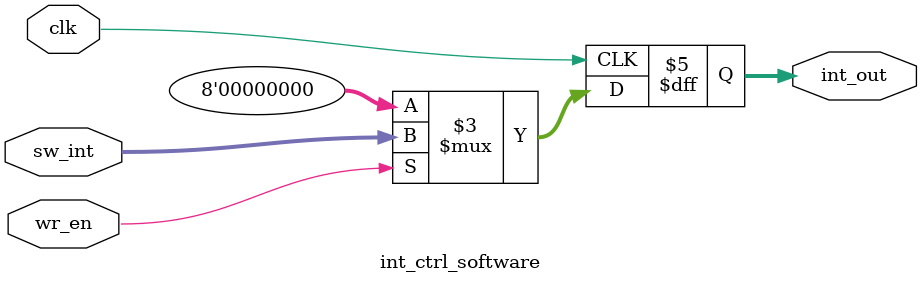
<source format=sv>
module int_ctrl_software #(WIDTH=8)(
    input clk, wr_en,
    input [WIDTH-1:0] sw_int,
    output reg [WIDTH-1:0] int_out
);
always @(posedge clk) begin
    if(wr_en) int_out <= sw_int;
    else int_out <= 0;
end
endmodule
</source>
